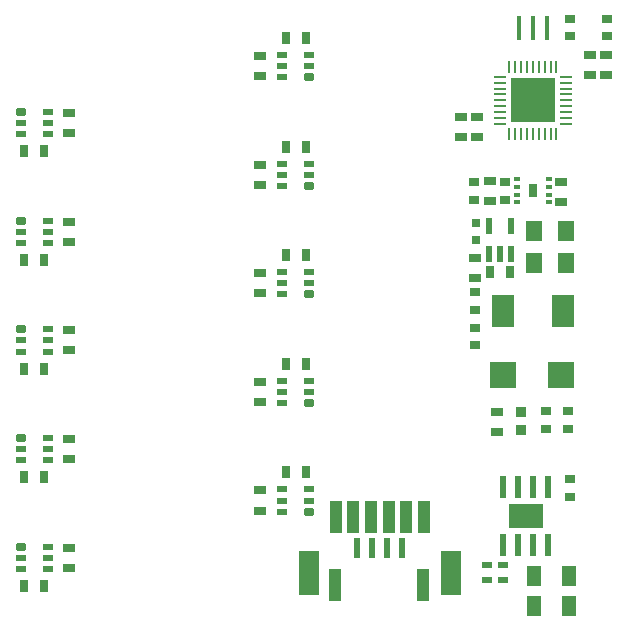
<source format=gtp>
G04*
G04 #@! TF.GenerationSoftware,Altium Limited,Altium Designer,21.4.1 (30)*
G04*
G04 Layer_Color=8421504*
%FSLAX44Y44*%
%MOMM*%
G71*
G04*
G04 #@! TF.SameCoordinates,D53256CB-C1F1-4DD1-8798-C7F680685F2F*
G04*
G04*
G04 #@! TF.FilePolarity,Positive*
G04*
G01*
G75*
%ADD17R,1.1500X1.8200*%
%ADD18R,0.2600X1.0800*%
%ADD19R,0.8500X0.6000*%
%ADD20R,1.0000X0.8000*%
%ADD21R,0.8000X1.0000*%
%ADD22R,0.9000X0.6000*%
G04:AMPARAMS|DCode=23|XSize=0.6mm|YSize=0.9mm|CornerRadius=0.15mm|HoleSize=0mm|Usage=FLASHONLY|Rotation=90.000|XOffset=0mm|YOffset=0mm|HoleType=Round|Shape=RoundedRectangle|*
%AMROUNDEDRECTD23*
21,1,0.6000,0.6000,0,0,90.0*
21,1,0.3000,0.9000,0,0,90.0*
1,1,0.3000,0.3000,0.1500*
1,1,0.3000,0.3000,-0.1500*
1,1,0.3000,-0.3000,-0.1500*
1,1,0.3000,-0.3000,0.1500*
%
%ADD23ROUNDEDRECTD23*%
%ADD24R,0.5250X0.3000*%
%ADD25R,0.9000X0.7000*%
%ADD26R,0.5588X1.3208*%
%ADD27R,0.8000X0.8000*%
%ADD28R,0.4000X2.0000*%
%ADD29R,0.9300X0.8900*%
%ADD30R,1.0000X2.7000*%
%ADD31R,1.8000X3.8000*%
%ADD32R,1.0800X0.2600*%
%ADD33R,3.7000X3.7000*%
%ADD34R,2.2000X2.3000*%
%ADD35R,1.9050X2.7940*%
%ADD36R,0.6000X1.9700*%
%ADD37R,3.0000X2.1300*%
%ADD38R,1.0000X2.7000*%
%ADD39R,0.6000X1.7000*%
%ADD40R,1.3800X1.8200*%
G36*
X1365902Y1181100D02*
X1341933D01*
Y1205070D01*
X1365902D01*
Y1181100D01*
D02*
G37*
G36*
X1357453Y1110700D02*
X1350952D01*
Y1121700D01*
X1357453D01*
Y1110700D01*
D02*
G37*
G36*
X1360610Y842030D02*
X1349210D01*
Y849030D01*
X1360610D01*
Y842030D01*
D02*
G37*
G36*
X1346810D02*
X1335410D01*
Y849030D01*
X1346810D01*
Y842030D01*
D02*
G37*
G36*
X1360610Y832630D02*
X1349210D01*
Y839630D01*
X1360610D01*
Y832630D01*
D02*
G37*
G36*
X1346810D02*
X1335410D01*
Y839630D01*
X1346810D01*
Y832630D01*
D02*
G37*
D17*
X1384720Y789910D02*
D03*
X1355020D02*
D03*
Y764510D02*
D03*
X1384720D02*
D03*
D18*
X1354202Y1220950D02*
D03*
X1359202D02*
D03*
X1364203D02*
D03*
X1369202D02*
D03*
X1374203D02*
D03*
Y1164650D02*
D03*
X1369202D02*
D03*
X1364203D02*
D03*
X1359202D02*
D03*
X1354202D02*
D03*
X1349203D02*
D03*
X1344202D02*
D03*
X1339203D02*
D03*
X1334202D02*
D03*
Y1220950D02*
D03*
X1339203D02*
D03*
X1344202D02*
D03*
X1349203D02*
D03*
D19*
X1329100Y786656D02*
D03*
Y799100D02*
D03*
X1315100Y786656D02*
D03*
Y799100D02*
D03*
D20*
X1123567Y1046492D02*
D03*
Y1029492D02*
D03*
Y954492D02*
D03*
Y937493D02*
D03*
Y1230492D02*
D03*
Y1213492D02*
D03*
Y1138193D02*
D03*
Y1121193D02*
D03*
X1123540Y862460D02*
D03*
Y845460D02*
D03*
X1306500Y1161650D02*
D03*
Y1178650D02*
D03*
X1293000Y1161650D02*
D03*
Y1178650D02*
D03*
X1305500Y1042400D02*
D03*
Y1059400D02*
D03*
X961660Y1182340D02*
D03*
Y1165340D02*
D03*
X961633Y1090007D02*
D03*
Y1073008D02*
D03*
Y998008D02*
D03*
Y981008D02*
D03*
Y906307D02*
D03*
Y889307D02*
D03*
Y814007D02*
D03*
Y797008D02*
D03*
X1402500Y1214170D02*
D03*
Y1231170D02*
D03*
X1416400Y1214135D02*
D03*
Y1231135D02*
D03*
X1377900Y1106800D02*
D03*
Y1123800D02*
D03*
X1324070Y929220D02*
D03*
Y912220D02*
D03*
X1317600Y1107532D02*
D03*
Y1124532D02*
D03*
D21*
X1162167Y1061892D02*
D03*
X1145167D02*
D03*
X1162167Y1153593D02*
D03*
X1145167D02*
D03*
X1162167Y969893D02*
D03*
X1145167D02*
D03*
X1162167Y1245892D02*
D03*
X1145167D02*
D03*
X1162140Y877860D02*
D03*
X1145140D02*
D03*
X923060Y1149940D02*
D03*
X940060D02*
D03*
X923033Y1057607D02*
D03*
X940033D02*
D03*
X923033Y965608D02*
D03*
X940033D02*
D03*
X923033Y873907D02*
D03*
X940033D02*
D03*
X923033Y781608D02*
D03*
X940033D02*
D03*
X1318200Y1047300D02*
D03*
X1335200D02*
D03*
D22*
X1164767Y1139191D02*
D03*
Y1129691D02*
D03*
X1141767Y1139191D02*
D03*
Y1129691D02*
D03*
Y1120191D02*
D03*
X1164767Y1231490D02*
D03*
Y1221990D02*
D03*
X1141767Y1231490D02*
D03*
Y1221990D02*
D03*
Y1212490D02*
D03*
X1164767Y1047490D02*
D03*
Y1037990D02*
D03*
X1141767Y1047490D02*
D03*
Y1037990D02*
D03*
Y1028490D02*
D03*
X1164767Y955490D02*
D03*
Y945990D02*
D03*
X1141767Y955490D02*
D03*
Y945990D02*
D03*
Y936490D02*
D03*
X1164740Y863457D02*
D03*
Y853958D02*
D03*
X1141740Y863457D02*
D03*
Y853958D02*
D03*
Y844457D02*
D03*
X920460Y1173842D02*
D03*
Y1164342D02*
D03*
X943460D02*
D03*
Y1173842D02*
D03*
Y1183343D02*
D03*
X920433Y1081510D02*
D03*
Y1072010D02*
D03*
X943433D02*
D03*
Y1081510D02*
D03*
Y1091010D02*
D03*
X920433Y989510D02*
D03*
Y980010D02*
D03*
X943433D02*
D03*
Y989510D02*
D03*
Y999010D02*
D03*
X920433Y897809D02*
D03*
Y888309D02*
D03*
X943433D02*
D03*
Y897809D02*
D03*
Y907309D02*
D03*
X920433Y805510D02*
D03*
Y796010D02*
D03*
X943433D02*
D03*
Y805510D02*
D03*
Y815010D02*
D03*
D23*
X1164767Y1120191D02*
D03*
Y1212490D02*
D03*
Y1028490D02*
D03*
Y936490D02*
D03*
X1164740Y844457D02*
D03*
X920460Y1183343D02*
D03*
X920433Y1091010D02*
D03*
Y999010D02*
D03*
Y907309D02*
D03*
Y815010D02*
D03*
D24*
X1340578Y1119450D02*
D03*
Y1112950D02*
D03*
X1367827Y1125950D02*
D03*
Y1119450D02*
D03*
Y1112950D02*
D03*
Y1106450D02*
D03*
X1340578Y1125950D02*
D03*
Y1106450D02*
D03*
D25*
X1304200Y1123532D02*
D03*
Y1108532D02*
D03*
X1305500Y1015300D02*
D03*
Y1030300D02*
D03*
Y985300D02*
D03*
Y1000300D02*
D03*
X1416900Y1261935D02*
D03*
Y1246935D02*
D03*
X1385900Y1261935D02*
D03*
Y1246935D02*
D03*
X1383570Y914720D02*
D03*
Y929720D02*
D03*
X1385570Y871930D02*
D03*
Y856930D02*
D03*
X1364903Y914720D02*
D03*
Y929720D02*
D03*
X1330700Y1123532D02*
D03*
Y1108532D02*
D03*
D26*
X1317302Y1062816D02*
D03*
X1326700D02*
D03*
X1336098D02*
D03*
Y1086184D02*
D03*
X1317302D02*
D03*
D27*
X1305750Y1089200D02*
D03*
Y1074200D02*
D03*
D28*
X1342202Y1254300D02*
D03*
X1354202D02*
D03*
X1366202D02*
D03*
D29*
X1344387Y913370D02*
D03*
Y928770D02*
D03*
D30*
X1187168Y839769D02*
D03*
X1202168D02*
D03*
X1217168D02*
D03*
X1232168D02*
D03*
X1247168D02*
D03*
X1262168D02*
D03*
D31*
X1164668Y792769D02*
D03*
X1284668D02*
D03*
D32*
X1382352Y1212800D02*
D03*
X1326052D02*
D03*
X1382352Y1207800D02*
D03*
Y1202800D02*
D03*
Y1197800D02*
D03*
Y1192800D02*
D03*
Y1187800D02*
D03*
Y1182800D02*
D03*
Y1177800D02*
D03*
Y1172800D02*
D03*
X1326052D02*
D03*
Y1177800D02*
D03*
Y1182800D02*
D03*
Y1187800D02*
D03*
Y1192800D02*
D03*
Y1197800D02*
D03*
Y1202800D02*
D03*
Y1207800D02*
D03*
D33*
X1354202Y1192800D02*
D03*
D34*
X1329070Y960090D02*
D03*
X1378070D02*
D03*
D35*
X1379867Y1014190D02*
D03*
X1329067D02*
D03*
D36*
X1328960Y816080D02*
D03*
X1341660D02*
D03*
X1354360D02*
D03*
X1367060D02*
D03*
Y865580D02*
D03*
X1354360D02*
D03*
X1341660D02*
D03*
X1328960D02*
D03*
D37*
X1348010Y840830D02*
D03*
D38*
X1261565Y782033D02*
D03*
X1187065D02*
D03*
D39*
X1243065Y814034D02*
D03*
X1230565D02*
D03*
X1205565D02*
D03*
X1218065D02*
D03*
D40*
X1355215Y1055340D02*
D03*
X1382595D02*
D03*
X1355215Y1082010D02*
D03*
X1382595D02*
D03*
M02*

</source>
